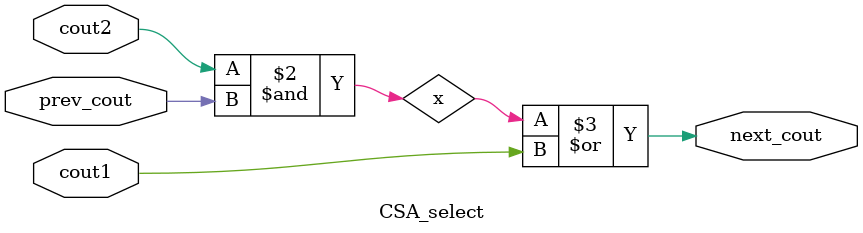
<source format=sv>
module CSA_select
(
input logic cout1, cout2, prev_cout,
output logic next_cout
);

	logic x;
	always_comb
		begin
			x = cout2 & prev_cout;
			next_cout = x | cout1;
		end

endmodule

</source>
